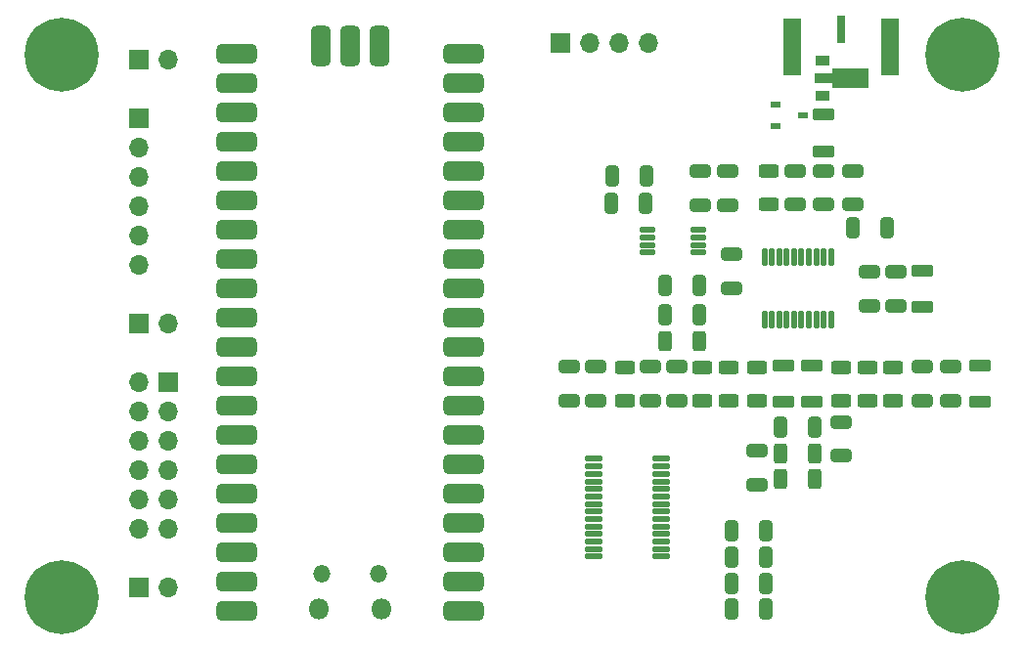
<source format=gbr>
%TF.GenerationSoftware,KiCad,Pcbnew,7.0.10*%
%TF.CreationDate,2024-02-02T00:24:17+07:00*%
%TF.ProjectId,PICO_ADC_Test,5049434f-5f41-4444-935f-546573742e6b,R0.1*%
%TF.SameCoordinates,PX72ade90PY75c75e0*%
%TF.FileFunction,Soldermask,Top*%
%TF.FilePolarity,Negative*%
%FSLAX46Y46*%
G04 Gerber Fmt 4.6, Leading zero omitted, Abs format (unit mm)*
G04 Created by KiCad (PCBNEW 7.0.10) date 2024-02-02 00:24:17*
%MOMM*%
%LPD*%
G01*
G04 APERTURE LIST*
G04 Aperture macros list*
%AMRoundRect*
0 Rectangle with rounded corners*
0 $1 Rounding radius*
0 $2 $3 $4 $5 $6 $7 $8 $9 X,Y pos of 4 corners*
0 Add a 4 corners polygon primitive as box body*
4,1,4,$2,$3,$4,$5,$6,$7,$8,$9,$2,$3,0*
0 Add four circle primitives for the rounded corners*
1,1,$1+$1,$2,$3*
1,1,$1+$1,$4,$5*
1,1,$1+$1,$6,$7*
1,1,$1+$1,$8,$9*
0 Add four rect primitives between the rounded corners*
20,1,$1+$1,$2,$3,$4,$5,0*
20,1,$1+$1,$4,$5,$6,$7,0*
20,1,$1+$1,$6,$7,$8,$9,0*
20,1,$1+$1,$8,$9,$2,$3,0*%
%AMFreePoly0*
4,1,9,3.862500,-0.866500,0.737500,-0.866500,0.737500,-0.450000,-0.737500,-0.450000,-0.737500,0.450000,0.737500,0.450000,0.737500,0.866500,3.862500,0.866500,3.862500,-0.866500,3.862500,-0.866500,$1*%
G04 Aperture macros list end*
%ADD10RoundRect,0.250000X-0.325000X-0.650000X0.325000X-0.650000X0.325000X0.650000X-0.325000X0.650000X0*%
%ADD11RoundRect,0.250000X-0.650000X0.325000X-0.650000X-0.325000X0.650000X-0.325000X0.650000X0.325000X0*%
%ADD12RoundRect,0.250000X0.650000X-0.325000X0.650000X0.325000X-0.650000X0.325000X-0.650000X-0.325000X0*%
%ADD13RoundRect,0.250000X0.325000X0.650000X-0.325000X0.650000X-0.325000X-0.650000X0.325000X-0.650000X0*%
%ADD14RoundRect,0.110000X-0.110000X-0.650000X0.110000X-0.650000X0.110000X0.650000X-0.110000X0.650000X0*%
%ADD15RoundRect,0.250000X-0.625000X0.312500X-0.625000X-0.312500X0.625000X-0.312500X0.625000X0.312500X0*%
%ADD16RoundRect,0.250000X0.625000X-0.312500X0.625000X0.312500X-0.625000X0.312500X-0.625000X-0.312500X0*%
%ADD17RoundRect,0.250000X0.700000X-0.275000X0.700000X0.275000X-0.700000X0.275000X-0.700000X-0.275000X0*%
%ADD18R,0.850000X0.600000*%
%ADD19R,1.700000X1.700000*%
%ADD20O,1.700000X1.700000*%
%ADD21RoundRect,0.250000X0.312500X0.625000X-0.312500X0.625000X-0.312500X-0.625000X0.312500X-0.625000X0*%
%ADD22RoundRect,0.250000X-0.700000X0.275000X-0.700000X-0.275000X0.700000X-0.275000X0.700000X0.275000X0*%
%ADD23C,0.800000*%
%ADD24C,6.400000*%
%ADD25RoundRect,0.112500X0.587500X-0.112500X0.587500X0.112500X-0.587500X0.112500X-0.587500X-0.112500X0*%
%ADD26RoundRect,0.112500X-0.625000X0.112500X-0.625000X-0.112500X0.625000X-0.112500X0.625000X0.112500X0*%
%ADD27R,0.700000X2.350000*%
%ADD28R,1.600000X4.900000*%
%ADD29R,1.300000X0.900000*%
%ADD30FreePoly0,0.000000*%
%ADD31RoundRect,0.250000X-0.312500X-0.625000X0.312500X-0.625000X0.312500X0.625000X-0.312500X0.625000X0*%
%ADD32O,1.800000X1.800000*%
%ADD33O,1.500000X1.500000*%
%ADD34RoundRect,0.425000X1.325000X0.425000X-1.325000X0.425000X-1.325000X-0.425000X1.325000X-0.425000X0*%
%ADD35RoundRect,0.425000X-0.425000X1.325000X-0.425000X-1.325000X0.425000X-1.325000X0.425000X1.325000X0*%
G04 APERTURE END LIST*
D10*
%TO.C,C13*%
X61525000Y2500000D03*
X64475000Y2500000D03*
%TD*%
D11*
%TO.C,C9*%
X71000000Y18725000D03*
X71000000Y15775000D03*
%TD*%
D12*
%TO.C,C21*%
X78000000Y20525000D03*
X78000000Y23475000D03*
%TD*%
D13*
%TO.C,C26*%
X54112500Y40012500D03*
X51162500Y40012500D03*
%TD*%
%TO.C,C25*%
X54087500Y37662500D03*
X51137500Y37662500D03*
%TD*%
D14*
%TO.C,IC2*%
X70130000Y32965000D03*
X69490000Y32965000D03*
X68850000Y32965000D03*
X68210000Y32965000D03*
X67570000Y32965000D03*
X66930000Y32965000D03*
X66290000Y32965000D03*
X65650000Y32965000D03*
X65010000Y32965000D03*
X64370000Y32965000D03*
X64370000Y27535000D03*
X65010000Y27535000D03*
X65650000Y27535000D03*
X66290000Y27535000D03*
X66930000Y27535000D03*
X67570000Y27535000D03*
X68210000Y27535000D03*
X68850000Y27535000D03*
X69490000Y27535000D03*
X70130000Y27535000D03*
%TD*%
D12*
%TO.C,C3*%
X54500000Y20525000D03*
X54500000Y23475000D03*
%TD*%
D15*
%TO.C,R7*%
X64750000Y40462500D03*
X64750000Y37537500D03*
%TD*%
D12*
%TO.C,C7*%
X47500000Y20525000D03*
X47500000Y23475000D03*
%TD*%
D10*
%TO.C,C15*%
X61525000Y7000000D03*
X64475000Y7000000D03*
%TD*%
D15*
%TO.C,R1*%
X52250000Y23462500D03*
X52250000Y20537500D03*
%TD*%
D16*
%TO.C,R3*%
X73250000Y20537500D03*
X73250000Y23462500D03*
%TD*%
D17*
%TO.C,FB4*%
X83000000Y20425000D03*
X83000000Y23575000D03*
%TD*%
D18*
%TO.C,D1*%
X65300000Y46200000D03*
X65300000Y44300000D03*
X67700000Y45250000D03*
%TD*%
D12*
%TO.C,C20*%
X63750000Y13275000D03*
X63750000Y16225000D03*
%TD*%
D19*
%TO.C,J4*%
X46700000Y51500000D03*
D20*
X49240000Y51500000D03*
X51780000Y51500000D03*
X54320000Y51500000D03*
%TD*%
D17*
%TO.C,FB5*%
X78000000Y28700000D03*
X78000000Y31850000D03*
%TD*%
D12*
%TO.C,C8*%
X49750000Y20525000D03*
X49750000Y23475000D03*
%TD*%
D19*
%TO.C,J2*%
X10210000Y27250000D03*
D20*
X12750000Y27250000D03*
%TD*%
D21*
%TO.C,R9*%
X58712500Y25750000D03*
X55787500Y25750000D03*
%TD*%
D22*
%TO.C,FB3*%
X68500000Y23575000D03*
X68500000Y20425000D03*
%TD*%
D12*
%TO.C,C4*%
X56750000Y20525000D03*
X56750000Y23475000D03*
%TD*%
D22*
%TO.C,FB1*%
X66000000Y23575000D03*
X66000000Y20425000D03*
%TD*%
D11*
%TO.C,C23*%
X75750000Y31725000D03*
X75750000Y28775000D03*
%TD*%
D23*
%TO.C,REF\u002A\u002A*%
X79100000Y3500000D03*
X79802944Y5197056D03*
X79802944Y1802944D03*
X81500000Y5900000D03*
D24*
X81500000Y3500000D03*
D23*
X81500000Y1100000D03*
X83197056Y5197056D03*
X83197056Y1802944D03*
X83900000Y3500000D03*
%TD*%
D19*
%TO.C,J3*%
X10210000Y45030000D03*
D20*
X10210000Y42490000D03*
X10210000Y39950000D03*
X10210000Y37410000D03*
X10210000Y34870000D03*
X10210000Y32330000D03*
%TD*%
D13*
%TO.C,C17*%
X58725000Y28000000D03*
X55775000Y28000000D03*
%TD*%
D25*
%TO.C,IC3*%
X54250000Y35350000D03*
X54250000Y34700000D03*
X54250000Y34050000D03*
X54250000Y33400000D03*
X58650000Y33400000D03*
X58650000Y34050000D03*
X58650000Y34700000D03*
X58650000Y35350000D03*
%TD*%
D11*
%TO.C,C10*%
X58800000Y40450000D03*
X58800000Y37500000D03*
%TD*%
D23*
%TO.C,REF\u002A\u002A*%
X1100000Y3500000D03*
X1802944Y5197056D03*
X1802944Y1802944D03*
X3500000Y5900000D03*
D24*
X3500000Y3500000D03*
D23*
X3500000Y1100000D03*
X5197056Y5197056D03*
X5197056Y1802944D03*
X5900000Y3500000D03*
%TD*%
D11*
%TO.C,C5*%
X69500000Y40475000D03*
X69500000Y37525000D03*
%TD*%
D26*
%TO.C,IC1*%
X55438000Y7062500D03*
X55438000Y7712500D03*
X55438000Y8362500D03*
X55438000Y9012500D03*
X55438000Y9662500D03*
X55438000Y10312500D03*
X55438000Y10962500D03*
X55438000Y11612500D03*
X55438000Y12262500D03*
X55438000Y12912500D03*
X55438000Y13562500D03*
X55438000Y14212500D03*
X55438000Y14862500D03*
X55438000Y15512500D03*
X49562000Y15512500D03*
X49562000Y14862500D03*
X49562000Y14212500D03*
X49562000Y13562500D03*
X49562000Y12912500D03*
X49562000Y12262500D03*
X49562000Y11612500D03*
X49562000Y10962500D03*
X49562000Y10312500D03*
X49562000Y9662500D03*
X49562000Y9012500D03*
X49562000Y8362500D03*
X49562000Y7712500D03*
X49562000Y7062500D03*
%TD*%
D11*
%TO.C,C11*%
X61200000Y40450000D03*
X61200000Y37500000D03*
%TD*%
D27*
%TO.C,J1*%
X71000000Y52750000D03*
D28*
X75250000Y51175000D03*
X66750000Y51175000D03*
%TD*%
D12*
%TO.C,C6*%
X67000000Y37525000D03*
X67000000Y40475000D03*
%TD*%
D23*
%TO.C,REF\u002A\u002A*%
X1100000Y50500000D03*
X1802944Y52197056D03*
X1802944Y48802944D03*
X3500000Y52900000D03*
D24*
X3500000Y50500000D03*
D23*
X3500000Y48100000D03*
X5197056Y52197056D03*
X5197056Y48802944D03*
X5900000Y50500000D03*
%TD*%
D29*
%TO.C,U1*%
X69412500Y50000000D03*
D30*
X69500000Y48500000D03*
D29*
X69412500Y47000000D03*
%TD*%
D12*
%TO.C,C22*%
X80500000Y20525000D03*
X80500000Y23475000D03*
%TD*%
D11*
%TO.C,C24*%
X73500000Y31725000D03*
X73500000Y28775000D03*
%TD*%
D22*
%TO.C,FB2*%
X69500000Y45325000D03*
X69500000Y42175000D03*
%TD*%
D12*
%TO.C,C12*%
X72000000Y37525000D03*
X72000000Y40475000D03*
%TD*%
D19*
%TO.C,J5*%
X10210000Y50120000D03*
D20*
X12750000Y50120000D03*
%TD*%
D16*
%TO.C,R5*%
X61250000Y20537500D03*
X61250000Y23462500D03*
%TD*%
D31*
%TO.C,R10*%
X65787500Y13750000D03*
X68712500Y13750000D03*
%TD*%
D11*
%TO.C,C18*%
X61500000Y33225000D03*
X61500000Y30275000D03*
%TD*%
D10*
%TO.C,C16*%
X61525000Y9250000D03*
X64475000Y9250000D03*
%TD*%
D19*
%TO.C,J7*%
X10210000Y4390000D03*
D20*
X12750000Y4390000D03*
%TD*%
D16*
%TO.C,R6*%
X59000000Y20537500D03*
X59000000Y23462500D03*
%TD*%
D15*
%TO.C,R4*%
X63750000Y23462500D03*
X63750000Y20537500D03*
%TD*%
%TO.C,R8*%
X71000000Y23462500D03*
X71000000Y20537500D03*
%TD*%
D32*
%TO.C,U2*%
X31225000Y2500000D03*
D33*
X30925000Y5530000D03*
X26075000Y5530000D03*
D32*
X25775000Y2500000D03*
D34*
X38290000Y2370000D03*
X38290000Y4910000D03*
X38290000Y7450000D03*
X38290000Y9990000D03*
X38290000Y12530000D03*
X38290000Y15070000D03*
X38290000Y17610000D03*
X38290000Y20150000D03*
X38290000Y22690000D03*
X38290000Y25230000D03*
X38290000Y27770000D03*
X38290000Y30310000D03*
X38290000Y32850000D03*
X38290000Y35390000D03*
X38290000Y37930000D03*
X38290000Y40470000D03*
X38290000Y43010000D03*
X38290000Y45550000D03*
X38290000Y48090000D03*
X38290000Y50630000D03*
X18710000Y50630000D03*
X18710000Y48090000D03*
X18710000Y45550000D03*
X18710000Y43010000D03*
X18710000Y40470000D03*
X18710000Y37930000D03*
X18710000Y35390000D03*
X18710000Y32850000D03*
X18710000Y30310000D03*
X18710000Y27770000D03*
X18710000Y25230000D03*
X18710000Y22690000D03*
X18710000Y20150000D03*
X18710000Y17610000D03*
X18710000Y15070000D03*
X18710000Y12530000D03*
X18710000Y9990000D03*
X18710000Y7450000D03*
X18710000Y4910000D03*
X18710000Y2370000D03*
D35*
X31040000Y51300000D03*
X28500000Y51300000D03*
X25960000Y51300000D03*
%TD*%
D23*
%TO.C,REF\u002A\u002A*%
X79100000Y50500000D03*
X79802944Y52197056D03*
X79802944Y48802944D03*
X81500000Y52900000D03*
D24*
X81500000Y50500000D03*
D23*
X81500000Y48100000D03*
X83197056Y52197056D03*
X83197056Y48802944D03*
X83900000Y50500000D03*
%TD*%
D13*
%TO.C,C19*%
X58725000Y30500000D03*
X55775000Y30500000D03*
%TD*%
D10*
%TO.C,C14*%
X61525000Y4750000D03*
X64475000Y4750000D03*
%TD*%
D31*
%TO.C,R11*%
X65787500Y16000000D03*
X68712500Y16000000D03*
%TD*%
D10*
%TO.C,C2*%
X65775000Y18250000D03*
X68725000Y18250000D03*
%TD*%
D16*
%TO.C,R2*%
X75500000Y20537500D03*
X75500000Y23462500D03*
%TD*%
D19*
%TO.C,J6*%
X12750000Y22170000D03*
D20*
X10210000Y22170000D03*
X12750000Y19630000D03*
X10210000Y19630000D03*
X12750000Y17090000D03*
X10210000Y17090000D03*
X12750000Y14550000D03*
X10210000Y14550000D03*
X12750000Y12010000D03*
X10210000Y12010000D03*
X12750000Y9470000D03*
X10210000Y9470000D03*
%TD*%
D13*
%TO.C,C1*%
X74975000Y35500000D03*
X72025000Y35500000D03*
%TD*%
M02*

</source>
